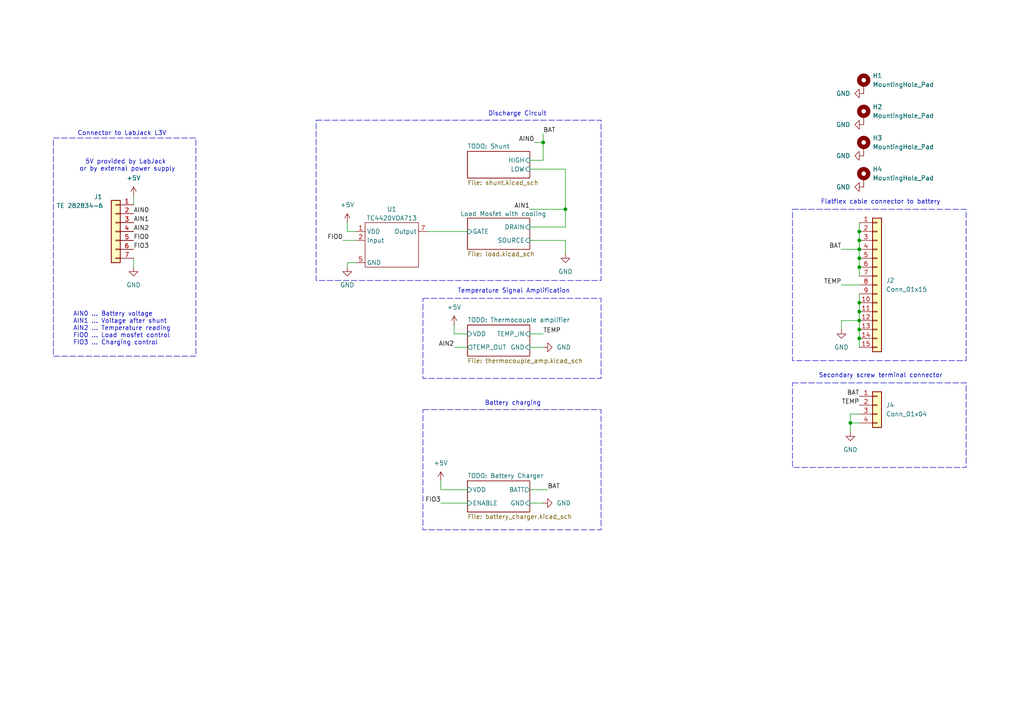
<source format=kicad_sch>
(kicad_sch (version 20231120) (generator "eeschema") (generator_version "8.0")
  (paper "User" 292.1 205.105)
  (lib_symbols
    (symbol "Connector_Generic:Conn_01x04" (pin_names (offset 1.016) hide)
      (property "Reference" "J" (at 0 5.08 0))
      (property "Value" "Conn_01x04" (at 0 -7.62 0))
      (symbol "Conn_01x04_1_1"
        (rectangle (start -1.27 -4.953) (end 0 -5.207) (stroke (width 0.1524)))
        (rectangle (start -1.27 -2.413) (end 0 -2.667) (stroke (width 0.1524)))
        (rectangle (start -1.27 0.127) (end 0 -0.127) (stroke (width 0.1524)))
        (rectangle (start -1.27 2.667) (end 0 2.413) (stroke (width 0.1524)))
        (rectangle (start -1.27 3.81) (end 1.27 -6.35) (stroke (width 0.254)) (fill (type background)))
        (pin passive line (at -5.08 2.54 0) (length 3.81) (name "Pin_1") (number "1"))
        (pin passive line (at -5.08 0 0) (length 3.81) (name "Pin_2") (number "2"))
        (pin passive line (at -5.08 -2.54 0) (length 3.81) (name "Pin_3") (number "3"))
        (pin passive line (at -5.08 -5.08 0) (length 3.81) (name "Pin_4") (number "4"))
      )
    )
    (symbol "Connector_Generic:Conn_01x07" (pin_names (offset 1.016) hide)
      (property "Reference" "J" (at 0 10.16 0))
      (property "Value" "Conn_01x07" (at 0 -10.16 0))
      (symbol "Conn_01x07_1_1"
        (rectangle (start -1.27 -7.493) (end 0 -7.747) (stroke (width 0.1524)))
        (rectangle (start -1.27 -4.953) (end 0 -5.207) (stroke (width 0.1524)))
        (rectangle (start -1.27 -2.413) (end 0 -2.667) (stroke (width 0.1524)))
        (rectangle (start -1.27 0.127) (end 0 -0.127) (stroke (width 0.1524)))
        (rectangle (start -1.27 2.667) (end 0 2.413) (stroke (width 0.1524)))
        (rectangle (start -1.27 5.207) (end 0 4.953) (stroke (width 0.1524)))
        (rectangle (start -1.27 7.747) (end 0 7.493) (stroke (width 0.1524)))
        (rectangle (start -1.27 8.89) (end 1.27 -8.89) (stroke (width 0.254)) (fill (type background)))
        (pin passive line (at -5.08 7.62 0) (length 3.81) (name "Pin_1") (number "1"))
        (pin passive line (at -5.08 5.08 0) (length 3.81) (name "Pin_2") (number "2"))
        (pin passive line (at -5.08 2.54 0) (length 3.81) (name "Pin_3") (number "3"))
        (pin passive line (at -5.08 0 0) (length 3.81) (name "Pin_4") (number "4"))
        (pin passive line (at -5.08 -2.54 0) (length 3.81) (name "Pin_5") (number "5"))
        (pin passive line (at -5.08 -5.08 0) (length 3.81) (name "Pin_6") (number "6"))
        (pin passive line (at -5.08 -7.62 0) (length 3.81) (name "Pin_7") (number "7"))
      )
    )
    (symbol "Connector_Generic:Conn_01x15" (pin_names (offset 1.016) hide)
      (property "Reference" "J" (at 0 20.32 0))
      (property "Value" "Conn_01x15" (at 0 -20.32 0))
      (symbol "Conn_01x15_1_1"
        (rectangle (start -1.27 -17.653) (end 0 -17.907) (stroke (width 0.1524)))
        (rectangle (start -1.27 -15.113) (end 0 -15.367) (stroke (width 0.1524)))
        (rectangle (start -1.27 -12.573) (end 0 -12.827) (stroke (width 0.1524)))
        (rectangle (start -1.27 -10.033) (end 0 -10.287) (stroke (width 0.1524)))
        (rectangle (start -1.27 -7.493) (end 0 -7.747) (stroke (width 0.1524)))
        (rectangle (start -1.27 -4.953) (end 0 -5.207) (stroke (width 0.1524)))
        (rectangle (start -1.27 -2.413) (end 0 -2.667) (stroke (width 0.1524)))
        (rectangle (start -1.27 0.127) (end 0 -0.127) (stroke (width 0.1524)))
        (rectangle (start -1.27 2.667) (end 0 2.413) (stroke (width 0.1524)))
        (rectangle (start -1.27 5.207) (end 0 4.953) (stroke (width 0.1524)))
        (rectangle (start -1.27 7.747) (end 0 7.493) (stroke (width 0.1524)))
        (rectangle (start -1.27 10.287) (end 0 10.033) (stroke (width 0.1524)))
        (rectangle (start -1.27 12.827) (end 0 12.573) (stroke (width 0.1524)))
        (rectangle (start -1.27 15.367) (end 0 15.113) (stroke (width 0.1524)))
        (rectangle (start -1.27 17.907) (end 0 17.653) (stroke (width 0.1524)))
        (rectangle (start -1.27 19.05) (end 1.27 -19.05) (stroke (width 0.254)) (fill (type background)))
        (pin passive line (at -5.08 17.78 0) (length 3.81) (name "Pin_1") (number "1"))
        (pin passive line (at -5.08 -5.08 0) (length 3.81) (name "Pin_10") (number "10"))
        (pin passive line (at -5.08 -7.62 0) (length 3.81) (name "Pin_11") (number "11"))
        (pin passive line (at -5.08 -10.16 0) (length 3.81) (name "Pin_12") (number "12"))
        (pin passive line (at -5.08 -12.7 0) (length 3.81) (name "Pin_13") (number "13"))
        (pin passive line (at -5.08 -15.24 0) (length 3.81) (name "Pin_14") (number "14"))
        (pin passive line (at -5.08 -17.78 0) (length 3.81) (name "Pin_15") (number "15"))
        (pin passive line (at -5.08 15.24 0) (length 3.81) (name "Pin_2") (number "2"))
        (pin passive line (at -5.08 12.7 0) (length 3.81) (name "Pin_3") (number "3"))
        (pin passive line (at -5.08 10.16 0) (length 3.81) (name "Pin_4") (number "4"))
        (pin passive line (at -5.08 7.62 0) (length 3.81) (name "Pin_5") (number "5"))
        (pin passive line (at -5.08 5.08 0) (length 3.81) (name "Pin_6") (number "6"))
        (pin passive line (at -5.08 2.54 0) (length 3.81) (name "Pin_7") (number "7"))
        (pin passive line (at -5.08 0 0) (length 3.81) (name "Pin_8") (number "8"))
        (pin passive line (at -5.08 -2.54 0) (length 3.81) (name "Pin_9") (number "9"))
      )
    )
    (symbol "Mechanical:MountingHole_Pad" (pin_numbers hide) (pin_names (offset 1.016) hide) (exclude_from_sim yes) (in_bom no)
      (property "Reference" "H" (at 0 6.35 0))
      (property "Value" "MountingHole_Pad" (at 0 4.445 0))
      (symbol "MountingHole_Pad_0_1"
        (circle (center 0 1.27) (radius 1.27) (stroke (width 1.27)))
      )
      (symbol "MountingHole_Pad_1_1"
        (pin input line (at 0 -2.54 90) (length 2.54) (name "1") (number "1"))
      )
    )
    (symbol "STS_Transistor_FET:TC4420"
      (property "Reference" "U" (at -0.254 6.858 0))
      (symbol "TC4420_0_1"
        (rectangle (start -7.62 5.08) (end 7.62 -7.62))
      )
      (symbol "TC4420_1_1"
        (pin input line (at -10.16 2.54 0) (length 2.54) (name "VDD") (number "1"))
        (pin input line (at -10.16 0 0) (length 2.54) (name "Input") (number "2"))
        (pin no_connect line (at -10.16 -2.54 0) (length 2.54) hide (name "NC") (number "3"))
        (pin passive line (at -10.16 -6.35 0) (length 2.54) hide (name "GND") (number "4"))
        (pin passive line (at -10.16 -6.35 0) (length 2.54) (name "GND") (number "5"))
        (pin output line (at 10.16 2.54 180) (length 2.54) hide (name "Output") (number "6"))
        (pin output line (at 10.16 2.54 180) (length 2.54) (name "Output") (number "7"))
        (pin input line (at -10.16 2.54 0) (length 2.54) hide (name "VDD") (number "8"))
      )
    )
    (symbol "power:+5V" (power) (pin_numbers hide) (pin_names (offset 0) hide)
      (property "Value" "+5V" (at 0 3.556 0))
      (symbol "+5V_0_1"
        (polyline (pts (xy -0.762 1.27) (xy 0 2.54)))
        (polyline (pts (xy 0 0) (xy 0 2.54)))
        (polyline (pts (xy 0 2.54) (xy 0.762 1.27)))
      )
      (symbol "+5V_1_1"
        (pin power_in line (at 0 0 90) (length 0) (name "~") (number "1"))
      )
    )
    (symbol "power:GND" (power) (pin_numbers hide) (pin_names (offset 0) hide)
      (property "Value" "GND" (at 0 -3.81 0))
      (symbol "GND_0_1"
        (polyline (pts (xy 0 0) (xy 0 -1.27) (xy 1.27 -1.27) (xy 0 -2.54) (xy -1.27 -1.27) (xy 0 -1.27)))
      )
      (symbol "GND_1_1"
        (pin power_in line (at 0 0 270) (length 0) (name "~") (number "1"))
      )
    )
  )
  (junction (at 245.11 73.66))
  (junction (at 245.11 71.12))
  (junction (at 245.11 68.58))
  (junction (at 154.94 40.64))
  (junction (at 242.57 120.65))
  (junction (at 245.11 86.36))
  (junction (at 245.11 88.9))
  (junction (at 245.11 93.98))
  (junction (at 245.11 76.2))
  (junction (at 161.29 59.69))
  (junction (at 245.11 91.44))
  (junction (at 245.11 66.04))
  (junction (at 245.11 96.52))
  (wire (pts (xy 245.11 118.11) (xy 242.57 118.11)))
  (wire (pts (xy 99.06 63.5) (xy 99.06 66.04)))
  (wire (pts (xy 240.03 93.98) (xy 240.03 91.44)))
  (wire (pts (xy 240.03 81.28) (xy 245.11 81.28)))
  (wire (pts (xy 154.94 38.1) (xy 154.94 40.64)))
  (wire (pts (xy 245.11 88.9) (xy 245.11 91.44)))
  (wire (pts (xy 245.11 68.58) (xy 245.11 71.12)))
  (wire (pts (xy 245.11 91.44) (xy 245.11 93.98)))
  (wire (pts (xy 245.11 71.12) (xy 245.11 73.66)))
  (wire (pts (xy 38.1 55.88) (xy 38.1 58.42)))
  (wire (pts (xy 161.29 48.26) (xy 161.29 59.69)))
  (wire (pts (xy 151.13 48.26) (xy 161.29 48.26)))
  (wire (pts (xy 242.57 123.19) (xy 242.57 120.65)))
  (wire (pts (xy 151.13 99.06) (xy 154.94 99.06)))
  (wire (pts (xy 240.03 71.12) (xy 245.11 71.12)))
  (wire (pts (xy 125.73 143.51) (xy 133.35 143.51)))
  (wire (pts (xy 151.13 68.58) (xy 161.29 68.58)))
  (wire (pts (xy 245.11 96.52) (xy 245.11 99.06)))
  (wire (pts (xy 161.29 59.69) (xy 151.13 59.69)))
  (wire (pts (xy 151.13 95.25) (xy 154.94 95.25)))
  (wire (pts (xy 125.73 137.16) (xy 125.73 139.7)))
  (wire (pts (xy 245.11 93.98) (xy 245.11 96.52)))
  (wire (pts (xy 129.54 95.25) (xy 133.35 95.25)))
  (wire (pts (xy 242.57 118.11) (xy 242.57 120.65)))
  (wire (pts (xy 245.11 83.82) (xy 245.11 86.36)))
  (wire (pts (xy 99.06 74.93) (xy 101.6 74.93)))
  (wire (pts (xy 125.73 139.7) (xy 133.35 139.7)))
  (wire (pts (xy 245.11 63.5) (xy 245.11 66.04)))
  (wire (pts (xy 129.54 99.06) (xy 133.35 99.06)))
  (wire (pts (xy 245.11 86.36) (xy 245.11 88.9)))
  (wire (pts (xy 129.54 92.71) (xy 129.54 95.25)))
  (wire (pts (xy 38.1 73.66) (xy 38.1 76.2)))
  (wire (pts (xy 152.4 40.64) (xy 154.94 40.64)))
  (wire (pts (xy 99.06 76.2) (xy 99.06 74.93)))
  (wire (pts (xy 151.13 143.51) (xy 154.94 143.51)))
  (wire (pts (xy 245.11 73.66) (xy 245.11 76.2)))
  (wire (pts (xy 245.11 66.04) (xy 245.11 68.58)))
  (wire (pts (xy 154.94 40.64) (xy 154.94 45.72)))
  (wire (pts (xy 99.06 66.04) (xy 101.6 66.04)))
  (wire (pts (xy 240.03 91.44) (xy 245.11 91.44)))
  (wire (pts (xy 121.92 66.04) (xy 133.35 66.04)))
  (wire (pts (xy 245.11 76.2) (xy 245.11 78.74)))
  (wire (pts (xy 242.57 120.65) (xy 245.11 120.65)))
  (wire (pts (xy 97.79 68.58) (xy 101.6 68.58)))
  (wire (pts (xy 161.29 59.69) (xy 161.29 64.77)))
  (wire (pts (xy 151.13 45.72) (xy 154.94 45.72)))
  (wire (pts (xy 161.29 68.58) (xy 161.29 72.39)))
  (wire (pts (xy 151.13 64.77) (xy 161.29 64.77)))
  (wire (pts (xy 151.13 139.7) (xy 156.21 139.7)))
  (rectangle (start 226.06 59.69) (end 275.59 102.87) (stroke (width 0) (type dash)))
  (rectangle (start 15.24 39.37) (end 55.88 101.6) (stroke (width 0) (type dash)))
  (rectangle (start 226.06 109.22) (end 275.59 133.35) (stroke (width 0) (type dash)))
  (rectangle (start 120.65 85.09) (end 171.45 107.95) (stroke (width 0) (type dash)))
  (rectangle (start 90.17 34.29) (end 171.45 80.01) (stroke (width 0) (type dash)))
  (rectangle (start 120.65 116.84) (end 171.45 151.13) (stroke (width 0) (type dash)))
  (text "Connector to LabJack L3V" (at 34.798 38.1 0) (effects (font (size 1.27 1.27))))
  (text "Flatflex cable connector to battery" (at 251.206 57.658 0) (effects (font (size 1.27 1.27))))
  (text "Temperature Signal Amplification" (at 146.558 83.058 0) (effects (font (size 1.27 1.27))))
  (text "Discharge Circuit" (at 147.574 32.512 0) (effects (font (size 1.27 1.27))))
  (text "5V provided by LabJack \nor by external power supply" (at 36.322 47.244 0) (effects (font (size 1.27 1.27))))
  (text "AIN0 ... Battery voltage\nAIN1 ... Voltage after shunt\nAIN2 ... Temperature reading\nFIO0 ... Load mosfet control\nFIO3 ... Charging control" (at 20.828 93.726 0) (effects (font (size 1.27 1.27)) (justify left)))
  (text "Battery charging" (at 146.304 115.062 0) (effects (font (size 1.27 1.27))))
  (text "Secondary screw terminal connector" (at 251.206 107.188 0) (effects (font (size 1.27 1.27))))
  (label "AIN0" (at 152.4 40.64 180))
  (label "BAT" (at 245.11 113.03 180))
  (label "TEMP" (at 154.94 95.25 0))
  (label "AIN0" (at 38.1 60.96 0))
  (label "FIO0" (at 97.79 68.58 180))
  (label "TEMP" (at 240.03 81.28 180))
  (label "FIO3" (at 125.73 143.51 180))
  (label "BAT" (at 154.94 38.1 0))
  (label "AIN2" (at 38.1 66.04 0))
  (label "FIO0" (at 38.1 68.58 0))
  (label "BAT" (at 240.03 71.12 180))
  (label "AIN1" (at 38.1 63.5 0))
  (label "BAT" (at 156.21 139.7 0))
  (label "TEMP" (at 245.11 115.57 180))
  (label "AIN2" (at 129.54 99.06 180))
  (label "AIN1" (at 151.13 59.69 180))
  (label "FIO3" (at 38.1 71.12 0))
  (symbol (lib_id "power:GND") (at 246.38 26.67 270) (unit 1)
    (property "Reference" "#PWR015" (effects (hide yes)))
    (property "Value" "GND" (at 242.57 26.6699 90) (effects (justify right)))
    (property "Description" "Power symbol creates a global label with name \"GND\" , ground" (effects (hide yes)))
  )
  (symbol (lib_id "STS_Transistor_FET:TC4420") (at 111.76 68.58 0) (unit 1)
    (property "Reference" "U1" (at 111.76 59.69 0))
    (property "Value" "TC4420VOA713" (at 111.76 62.23 0))
    (property "Footprint" "Package_SO:SOIC-8_5.275x5.275mm_P1.27mm" (effects (hide yes)))
  )
  (symbol (lib_id "Connector_Generic:Conn_01x15") (at 250.19 81.28 0) (unit 1)
    (property "Reference" "J2" (at 252.73 80.0099 0) (effects (justify left)))
    (property "Value" "Conn_01x15" (at 252.73 82.5499 0) (effects (justify left)))
    (property "Footprint" "STS1_Connectors:SAMTEC_ZF5S-15-01-T-WT-K-TR" (effects (hide yes)))
    (property "Description" "Generic connector, single row, 01x15, script generated (kicad-library-utils/schlib/autogen/connector/)" (effects (hide yes)))
  )
  (symbol (lib_id "power:GND") (at 246.38 44.45 270) (unit 1)
    (property "Reference" "#PWR017" (effects (hide yes)))
    (property "Value" "GND" (at 242.57 44.4499 90) (effects (justify right)))
    (property "Description" "Power symbol creates a global label with name \"GND\" , ground" (effects (hide yes)))
  )
  (symbol (lib_id "power:GND") (at 246.38 53.34 270) (unit 1)
    (property "Reference" "#PWR018" (effects (hide yes)))
    (property "Value" "GND" (at 242.57 53.3399 90) (effects (justify right)))
    (property "Description" "Power symbol creates a global label with name \"GND\" , ground" (effects (hide yes)))
  )
  (symbol (lib_id "power:GND") (at 242.57 123.19 0) (unit 1)
    (property "Reference" "#PWR09" (effects (hide yes)))
    (property "Value" "GND" (at 242.57 128.27 0))
    (property "Description" "Power symbol creates a global label with name \"GND\" , ground" (effects (hide yes)))
  )
  (symbol (lib_id "Mechanical:MountingHole_Pad") (at 246.38 24.13 0) (unit 1) (exclude_from_sim yes) (in_bom no)
    (property "Reference" "H1" (at 248.92 21.5899 0) (effects (justify left)))
    (property "Value" "MountingHole_Pad" (at 248.92 24.1299 0) (effects (justify left)))
    (property "Footprint" "MountingHole:MountingHole_4.3mm_M4_Pad_Via" (effects (hide yes)))
    (property "Description" "Mounting Hole with connection" (effects (hide yes)))
  )
  (symbol (lib_id "power:+5V") (at 99.06 63.5 0) (unit 1)
    (property "Reference" "#PWR010" (effects (hide yes)))
    (property "Value" "+5V" (at 99.06 58.42 0))
    (property "Description" "Power symbol creates a global label with name \"+5V\"" (effects (hide yes)))
  )
  (symbol (lib_id "power:GND") (at 38.1 76.2 0) (unit 1)
    (property "Reference" "#PWR01" (effects (hide yes)))
    (property "Value" "GND" (at 38.1 81.28 0))
    (property "Description" "Power symbol creates a global label with name \"GND\" , ground" (effects (hide yes)))
  )
  (symbol (lib_id "power:+5V") (at 125.73 137.16 0) (unit 1)
    (property "Reference" "#PWR06" (effects (hide yes)))
    (property "Value" "+5V" (at 125.73 132.08 0))
    (property "Description" "Power symbol creates a global label with name \"+5V\"" (effects (hide yes)))
  )
  (symbol (lib_id "Connector_Generic:Conn_01x04") (at 250.19 115.57 0) (unit 1)
    (property "Reference" "J4" (at 252.73 115.5699 0) (effects (justify left)))
    (property "Value" "Conn_01x04" (at 252.73 118.1099 0) (effects (justify left)))
    (property "Footprint" "STS1_Connectors:TE_282834-4" (effects (hide yes)))
    (property "Description" "Generic connector, single row, 01x04, script generated (kicad-library-utils/schlib/autogen/connector/)" (effects (hide yes)))
  )
  (symbol (lib_id "power:+5V") (at 129.54 92.71 0) (unit 1)
    (property "Reference" "#PWR05" (effects (hide yes)))
    (property "Value" "+5V" (at 129.54 87.63 0))
    (property "Description" "Power symbol creates a global label with name \"+5V\"" (effects (hide yes)))
  )
  (symbol (lib_id "power:+5V") (at 38.1 55.88 0) (unit 1)
    (property "Reference" "#PWR04" (effects (hide yes)))
    (property "Value" "+5V" (at 38.1 50.8 0))
    (property "Description" "Power symbol creates a global label with name \"+5V\"" (effects (hide yes)))
  )
  (symbol (lib_id "Mechanical:MountingHole_Pad") (at 246.38 50.8 0) (unit 1) (exclude_from_sim yes) (in_bom no)
    (property "Reference" "H4" (at 248.92 48.2599 0) (effects (justify left)))
    (property "Value" "MountingHole_Pad" (at 248.92 50.7999 0) (effects (justify left)))
    (property "Footprint" "MountingHole:MountingHole_4.3mm_M4_Pad_Via" (effects (hide yes)))
    (property "Description" "Mounting Hole with connection" (effects (hide yes)))
  )
  (symbol (lib_id "power:GND") (at 240.03 93.98 0) (unit 1)
    (property "Reference" "#PWR02" (effects (hide yes)))
    (property "Value" "GND" (at 240.03 99.06 0))
    (property "Description" "Power symbol creates a global label with name \"GND\" , ground" (effects (hide yes)))
  )
  (symbol (lib_id "power:GND") (at 154.94 143.51 90) (unit 1)
    (property "Reference" "#PWR08" (effects (hide yes)))
    (property "Value" "GND" (at 158.75 143.5099 90) (effects (justify right)))
    (property "Description" "Power symbol creates a global label with name \"GND\" , ground" (effects (hide yes)))
  )
  (symbol (lib_id "power:GND") (at 154.94 99.06 90) (unit 1)
    (property "Reference" "#PWR07" (effects (hide yes)))
    (property "Value" "GND" (at 158.75 99.0599 90) (effects (justify right)))
    (property "Description" "Power symbol creates a global label with name \"GND\" , ground" (effects (hide yes)))
  )
  (symbol (lib_id "Mechanical:MountingHole_Pad") (at 246.38 33.02 0) (unit 1) (exclude_from_sim yes) (in_bom no)
    (property "Reference" "H2" (at 248.92 30.4799 0) (effects (justify left)))
    (property "Value" "MountingHole_Pad" (at 248.92 33.0199 0) (effects (justify left)))
    (property "Footprint" "MountingHole:MountingHole_4.3mm_M4_Pad_Via" (effects (hide yes)))
    (property "Description" "Mounting Hole with connection" (effects (hide yes)))
  )
  (symbol (lib_id "power:GND") (at 99.06 76.2 0) (unit 1)
    (property "Reference" "#PWR011" (effects (hide yes)))
    (property "Value" "GND" (at 99.06 81.28 0))
    (property "Description" "Power symbol creates a global label with name \"GND\" , ground" (effects (hide yes)))
  )
  (symbol (lib_id "Connector_Generic:Conn_01x07") (at 33.02 66.04 0) (mirror y) (unit 1)
    (property "Reference" "J1" (at 29.21 56.134 0) (effects (justify left)))
    (property "Value" "TE 282834-6" (at 29.464 58.674 0) (effects (justify left)))
    (property "Footprint" "STS1_Connectors:TE_282834-7" (effects (hide yes)))
    (property "Description" "Generic connector, single row, 01x07, script generated (kicad-library-utils/schlib/autogen/connector/)" (effects (hide yes)))
  )
  (symbol (lib_id "power:GND") (at 161.29 72.39 0) (unit 1)
    (property "Reference" "#PWR03" (effects (hide yes)))
    (property "Value" "GND" (at 161.29 77.47 0))
    (property "Description" "Power symbol creates a global label with name \"GND\" , ground" (effects (hide yes)))
  )
  (symbol (lib_id "Mechanical:MountingHole_Pad") (at 246.38 41.91 0) (unit 1) (exclude_from_sim yes) (in_bom no)
    (property "Reference" "H3" (at 248.92 39.3699 0) (effects (justify left)))
    (property "Value" "MountingHole_Pad" (at 248.92 41.9099 0) (effects (justify left)))
    (property "Footprint" "MountingHole:MountingHole_4.3mm_M4_Pad_Via" (effects (hide yes)))
    (property "Description" "Mounting Hole with connection" (effects (hide yes)))
  )
  (symbol (lib_id "power:GND") (at 246.38 35.56 270) (unit 1)
    (property "Reference" "#PWR016" (effects (hide yes)))
    (property "Value" "GND" (at 242.57 35.5599 90) (effects (justify right)))
    (property "Description" "Power symbol creates a global label with name \"GND\" , ground" (effects (hide yes)))
  )
  (sheet (at 133.35 92.71) (size 17.78 8.89) (stroke (width 0.1524))
    (property "Sheetname" "TODO: Thermocouple amplifier" (at 133.35 91.9984 0) (effects (justify left bottom)))
    (property "Sheetfile" "thermocouple_amp.kicad_sch" (at 133.35 102.1846 0) (effects (justify left top)))
    (pin "VDD" input (at 133.35 95.25 180))
    (pin "TEMP_IN" input (at 151.13 95.25 0))
    (pin "TEMP_OUT" output (at 133.35 99.06 180))
    (pin "GND" input (at 151.13 99.06 0))
  )
  (sheet (at 133.35 43.18) (size 17.78 7.62) (stroke (width 0.1524))
    (property "Sheetname" "TODO: Shunt" (at 133.35 42.4684 0) (effects (justify left bottom)))
    (property "Sheetfile" "shunt.kicad_sch" (at 133.35 51.3846 0) (effects (justify left top)))
    (pin "HIGH" input (at 151.13 45.72 0))
    (pin "LOW" input (at 151.13 48.26 0))
  )
  (sheet (at 133.35 137.16) (size 17.78 8.89) (stroke (width 0.1524))
    (property "Sheetname" "TODO: Battery Charger" (at 133.35 136.4484 0) (effects (justify left bottom)))
    (property "Sheetfile" "battery_charger.kicad_sch" (at 133.35 146.6346 0) (effects (justify left top)))
    (pin "VDD" input (at 133.35 139.7 180))
    (pin "BATT" output (at 151.13 139.7 0))
    (pin "GND" input (at 151.13 143.51 0))
    (pin "ENABLE" input (at 133.35 143.51 180))
  )
  (sheet (at 133.35 62.23) (size 17.78 8.89) (stroke (width 0.1524))
    (property "Sheetname" "Load Mosfet with cooling" (at 131.318 61.722 0) (effects (justify left bottom)))
    (property "Sheetfile" "load.kicad_sch" (at 133.35 71.7046 0) (effects (justify left top)))
    (pin "GATE" input (at 133.35 66.04 180))
    (pin "DRAIN" input (at 151.13 64.77 0))
    (pin "SOURCE" input (at 151.13 68.58 0))
  )
)
</source>
